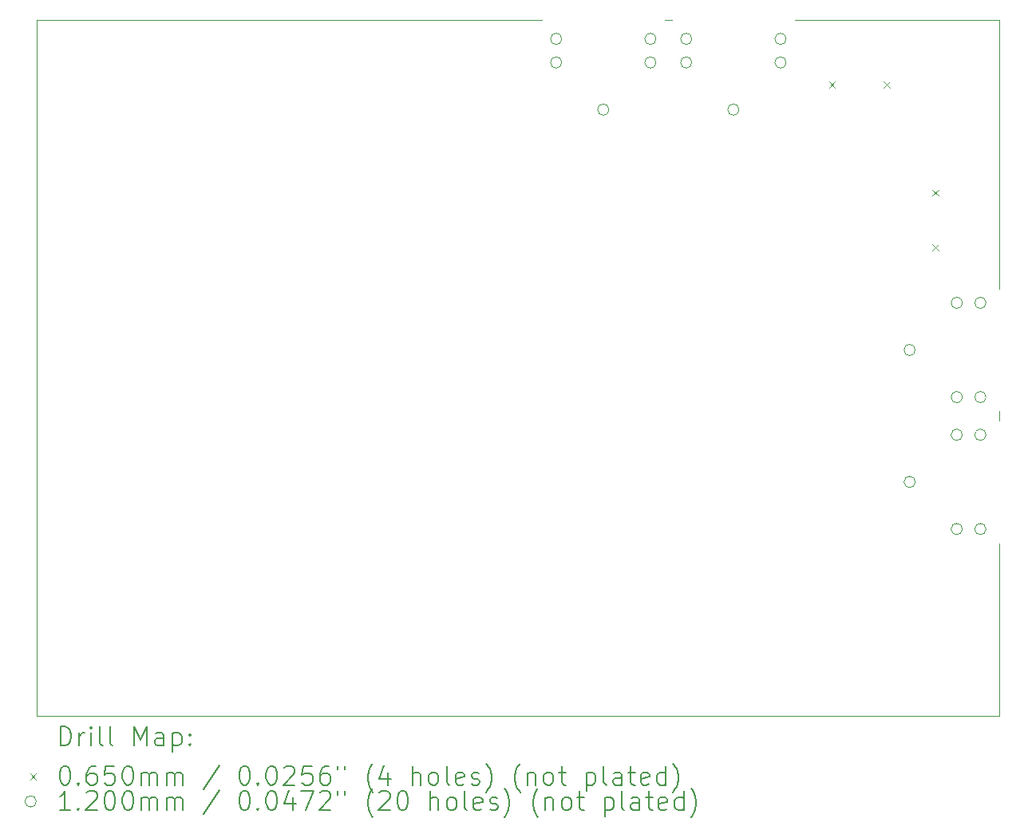
<source format=gbr>
%FSLAX45Y45*%
G04 Gerber Fmt 4.5, Leading zero omitted, Abs format (unit mm)*
G04 Created by KiCad (PCBNEW (6.0.5)) date 2023-10-27 13:23:16*
%MOMM*%
%LPD*%
G01*
G04 APERTURE LIST*
%TA.AperFunction,Profile*%
%ADD10C,0.100000*%
%TD*%
%ADD11C,0.200000*%
%ADD12C,0.065000*%
%ADD13C,0.120000*%
G04 APERTURE END LIST*
D10*
X17320000Y-12420000D02*
X17320000Y-12460000D01*
X17320000Y-9330000D02*
X17320000Y-9230000D01*
X15560000Y-12460000D02*
X17290000Y-12460000D01*
X13850000Y-5080000D02*
X13770000Y-5080000D01*
X10470000Y-12460000D02*
X15560000Y-12460000D01*
X7700000Y-5080000D02*
X7110000Y-5080000D01*
X17320000Y-5970000D02*
X17320000Y-5080000D01*
X7110000Y-5160000D02*
X7110000Y-7500000D01*
X11380000Y-5080000D02*
X9400000Y-5080000D01*
X17320000Y-12460000D02*
X17290000Y-12460000D01*
X7110000Y-5080000D02*
X7110000Y-5160000D01*
X15150000Y-5080000D02*
X17280000Y-5080000D01*
X17320000Y-5080000D02*
X17280000Y-5080000D01*
X7110000Y-10830000D02*
X7110000Y-12440000D01*
X7110000Y-8940000D02*
X7110000Y-10830000D01*
X7110000Y-7500000D02*
X7110000Y-8940000D01*
X17320000Y-10630000D02*
X17320000Y-12420000D01*
X7140000Y-12460000D02*
X10470000Y-12460000D01*
X7140000Y-12460000D02*
X7110000Y-12460000D01*
X9400000Y-5080000D02*
X7700000Y-5080000D01*
X17320000Y-7930000D02*
X17320000Y-5970000D01*
X12470000Y-5080000D02*
X11380000Y-5080000D01*
X7110000Y-12460000D02*
X7110000Y-12440000D01*
D11*
D12*
X15515600Y-5731100D02*
X15580600Y-5796100D01*
X15580600Y-5731100D02*
X15515600Y-5796100D01*
X16093600Y-5731100D02*
X16158600Y-5796100D01*
X16158600Y-5731100D02*
X16093600Y-5796100D01*
X16611200Y-6879400D02*
X16676200Y-6944400D01*
X16676200Y-6879400D02*
X16611200Y-6944400D01*
X16611200Y-7457400D02*
X16676200Y-7522400D01*
X16676200Y-7457400D02*
X16611200Y-7522400D01*
D13*
X12680000Y-5280000D02*
G75*
G03*
X12680000Y-5280000I-60000J0D01*
G01*
X12680000Y-5530000D02*
G75*
G03*
X12680000Y-5530000I-60000J0D01*
G01*
X13180000Y-6030000D02*
G75*
G03*
X13180000Y-6030000I-60000J0D01*
G01*
X13680000Y-5280000D02*
G75*
G03*
X13680000Y-5280000I-60000J0D01*
G01*
X13680000Y-5530000D02*
G75*
G03*
X13680000Y-5530000I-60000J0D01*
G01*
X14060000Y-5280000D02*
G75*
G03*
X14060000Y-5280000I-60000J0D01*
G01*
X14060000Y-5530000D02*
G75*
G03*
X14060000Y-5530000I-60000J0D01*
G01*
X14560000Y-6030000D02*
G75*
G03*
X14560000Y-6030000I-60000J0D01*
G01*
X15060000Y-5280000D02*
G75*
G03*
X15060000Y-5280000I-60000J0D01*
G01*
X15060000Y-5530000D02*
G75*
G03*
X15060000Y-5530000I-60000J0D01*
G01*
X16430000Y-8580000D02*
G75*
G03*
X16430000Y-8580000I-60000J0D01*
G01*
X16430000Y-9980000D02*
G75*
G03*
X16430000Y-9980000I-60000J0D01*
G01*
X16930000Y-8080000D02*
G75*
G03*
X16930000Y-8080000I-60000J0D01*
G01*
X16930000Y-9080000D02*
G75*
G03*
X16930000Y-9080000I-60000J0D01*
G01*
X16930000Y-9480000D02*
G75*
G03*
X16930000Y-9480000I-60000J0D01*
G01*
X16930000Y-10480000D02*
G75*
G03*
X16930000Y-10480000I-60000J0D01*
G01*
X17180000Y-8080000D02*
G75*
G03*
X17180000Y-8080000I-60000J0D01*
G01*
X17180000Y-9080000D02*
G75*
G03*
X17180000Y-9080000I-60000J0D01*
G01*
X17180000Y-9480000D02*
G75*
G03*
X17180000Y-9480000I-60000J0D01*
G01*
X17180000Y-10480000D02*
G75*
G03*
X17180000Y-10480000I-60000J0D01*
G01*
D11*
X7362619Y-12775476D02*
X7362619Y-12575476D01*
X7410238Y-12575476D01*
X7438809Y-12585000D01*
X7457857Y-12604048D01*
X7467381Y-12623095D01*
X7476905Y-12661190D01*
X7476905Y-12689762D01*
X7467381Y-12727857D01*
X7457857Y-12746905D01*
X7438809Y-12765952D01*
X7410238Y-12775476D01*
X7362619Y-12775476D01*
X7562619Y-12775476D02*
X7562619Y-12642143D01*
X7562619Y-12680238D02*
X7572143Y-12661190D01*
X7581667Y-12651667D01*
X7600714Y-12642143D01*
X7619762Y-12642143D01*
X7686428Y-12775476D02*
X7686428Y-12642143D01*
X7686428Y-12575476D02*
X7676905Y-12585000D01*
X7686428Y-12594524D01*
X7695952Y-12585000D01*
X7686428Y-12575476D01*
X7686428Y-12594524D01*
X7810238Y-12775476D02*
X7791190Y-12765952D01*
X7781667Y-12746905D01*
X7781667Y-12575476D01*
X7915000Y-12775476D02*
X7895952Y-12765952D01*
X7886428Y-12746905D01*
X7886428Y-12575476D01*
X8143571Y-12775476D02*
X8143571Y-12575476D01*
X8210238Y-12718333D01*
X8276905Y-12575476D01*
X8276905Y-12775476D01*
X8457857Y-12775476D02*
X8457857Y-12670714D01*
X8448333Y-12651667D01*
X8429286Y-12642143D01*
X8391190Y-12642143D01*
X8372143Y-12651667D01*
X8457857Y-12765952D02*
X8438810Y-12775476D01*
X8391190Y-12775476D01*
X8372143Y-12765952D01*
X8362619Y-12746905D01*
X8362619Y-12727857D01*
X8372143Y-12708809D01*
X8391190Y-12699286D01*
X8438810Y-12699286D01*
X8457857Y-12689762D01*
X8553095Y-12642143D02*
X8553095Y-12842143D01*
X8553095Y-12651667D02*
X8572143Y-12642143D01*
X8610238Y-12642143D01*
X8629286Y-12651667D01*
X8638810Y-12661190D01*
X8648333Y-12680238D01*
X8648333Y-12737381D01*
X8638810Y-12756428D01*
X8629286Y-12765952D01*
X8610238Y-12775476D01*
X8572143Y-12775476D01*
X8553095Y-12765952D01*
X8734048Y-12756428D02*
X8743571Y-12765952D01*
X8734048Y-12775476D01*
X8724524Y-12765952D01*
X8734048Y-12756428D01*
X8734048Y-12775476D01*
X8734048Y-12651667D02*
X8743571Y-12661190D01*
X8734048Y-12670714D01*
X8724524Y-12661190D01*
X8734048Y-12651667D01*
X8734048Y-12670714D01*
D12*
X7040000Y-13072500D02*
X7105000Y-13137500D01*
X7105000Y-13072500D02*
X7040000Y-13137500D01*
D11*
X7400714Y-12995476D02*
X7419762Y-12995476D01*
X7438809Y-13005000D01*
X7448333Y-13014524D01*
X7457857Y-13033571D01*
X7467381Y-13071667D01*
X7467381Y-13119286D01*
X7457857Y-13157381D01*
X7448333Y-13176428D01*
X7438809Y-13185952D01*
X7419762Y-13195476D01*
X7400714Y-13195476D01*
X7381667Y-13185952D01*
X7372143Y-13176428D01*
X7362619Y-13157381D01*
X7353095Y-13119286D01*
X7353095Y-13071667D01*
X7362619Y-13033571D01*
X7372143Y-13014524D01*
X7381667Y-13005000D01*
X7400714Y-12995476D01*
X7553095Y-13176428D02*
X7562619Y-13185952D01*
X7553095Y-13195476D01*
X7543571Y-13185952D01*
X7553095Y-13176428D01*
X7553095Y-13195476D01*
X7734048Y-12995476D02*
X7695952Y-12995476D01*
X7676905Y-13005000D01*
X7667381Y-13014524D01*
X7648333Y-13043095D01*
X7638809Y-13081190D01*
X7638809Y-13157381D01*
X7648333Y-13176428D01*
X7657857Y-13185952D01*
X7676905Y-13195476D01*
X7715000Y-13195476D01*
X7734048Y-13185952D01*
X7743571Y-13176428D01*
X7753095Y-13157381D01*
X7753095Y-13109762D01*
X7743571Y-13090714D01*
X7734048Y-13081190D01*
X7715000Y-13071667D01*
X7676905Y-13071667D01*
X7657857Y-13081190D01*
X7648333Y-13090714D01*
X7638809Y-13109762D01*
X7934048Y-12995476D02*
X7838809Y-12995476D01*
X7829286Y-13090714D01*
X7838809Y-13081190D01*
X7857857Y-13071667D01*
X7905476Y-13071667D01*
X7924524Y-13081190D01*
X7934048Y-13090714D01*
X7943571Y-13109762D01*
X7943571Y-13157381D01*
X7934048Y-13176428D01*
X7924524Y-13185952D01*
X7905476Y-13195476D01*
X7857857Y-13195476D01*
X7838809Y-13185952D01*
X7829286Y-13176428D01*
X8067381Y-12995476D02*
X8086428Y-12995476D01*
X8105476Y-13005000D01*
X8115000Y-13014524D01*
X8124524Y-13033571D01*
X8134048Y-13071667D01*
X8134048Y-13119286D01*
X8124524Y-13157381D01*
X8115000Y-13176428D01*
X8105476Y-13185952D01*
X8086428Y-13195476D01*
X8067381Y-13195476D01*
X8048333Y-13185952D01*
X8038809Y-13176428D01*
X8029286Y-13157381D01*
X8019762Y-13119286D01*
X8019762Y-13071667D01*
X8029286Y-13033571D01*
X8038809Y-13014524D01*
X8048333Y-13005000D01*
X8067381Y-12995476D01*
X8219762Y-13195476D02*
X8219762Y-13062143D01*
X8219762Y-13081190D02*
X8229286Y-13071667D01*
X8248333Y-13062143D01*
X8276905Y-13062143D01*
X8295952Y-13071667D01*
X8305476Y-13090714D01*
X8305476Y-13195476D01*
X8305476Y-13090714D02*
X8315000Y-13071667D01*
X8334048Y-13062143D01*
X8362619Y-13062143D01*
X8381667Y-13071667D01*
X8391190Y-13090714D01*
X8391190Y-13195476D01*
X8486429Y-13195476D02*
X8486429Y-13062143D01*
X8486429Y-13081190D02*
X8495952Y-13071667D01*
X8515000Y-13062143D01*
X8543571Y-13062143D01*
X8562619Y-13071667D01*
X8572143Y-13090714D01*
X8572143Y-13195476D01*
X8572143Y-13090714D02*
X8581667Y-13071667D01*
X8600714Y-13062143D01*
X8629286Y-13062143D01*
X8648333Y-13071667D01*
X8657857Y-13090714D01*
X8657857Y-13195476D01*
X9048333Y-12985952D02*
X8876905Y-13243095D01*
X9305476Y-12995476D02*
X9324524Y-12995476D01*
X9343571Y-13005000D01*
X9353095Y-13014524D01*
X9362619Y-13033571D01*
X9372143Y-13071667D01*
X9372143Y-13119286D01*
X9362619Y-13157381D01*
X9353095Y-13176428D01*
X9343571Y-13185952D01*
X9324524Y-13195476D01*
X9305476Y-13195476D01*
X9286429Y-13185952D01*
X9276905Y-13176428D01*
X9267381Y-13157381D01*
X9257857Y-13119286D01*
X9257857Y-13071667D01*
X9267381Y-13033571D01*
X9276905Y-13014524D01*
X9286429Y-13005000D01*
X9305476Y-12995476D01*
X9457857Y-13176428D02*
X9467381Y-13185952D01*
X9457857Y-13195476D01*
X9448333Y-13185952D01*
X9457857Y-13176428D01*
X9457857Y-13195476D01*
X9591190Y-12995476D02*
X9610238Y-12995476D01*
X9629286Y-13005000D01*
X9638810Y-13014524D01*
X9648333Y-13033571D01*
X9657857Y-13071667D01*
X9657857Y-13119286D01*
X9648333Y-13157381D01*
X9638810Y-13176428D01*
X9629286Y-13185952D01*
X9610238Y-13195476D01*
X9591190Y-13195476D01*
X9572143Y-13185952D01*
X9562619Y-13176428D01*
X9553095Y-13157381D01*
X9543571Y-13119286D01*
X9543571Y-13071667D01*
X9553095Y-13033571D01*
X9562619Y-13014524D01*
X9572143Y-13005000D01*
X9591190Y-12995476D01*
X9734048Y-13014524D02*
X9743571Y-13005000D01*
X9762619Y-12995476D01*
X9810238Y-12995476D01*
X9829286Y-13005000D01*
X9838810Y-13014524D01*
X9848333Y-13033571D01*
X9848333Y-13052619D01*
X9838810Y-13081190D01*
X9724524Y-13195476D01*
X9848333Y-13195476D01*
X10029286Y-12995476D02*
X9934048Y-12995476D01*
X9924524Y-13090714D01*
X9934048Y-13081190D01*
X9953095Y-13071667D01*
X10000714Y-13071667D01*
X10019762Y-13081190D01*
X10029286Y-13090714D01*
X10038810Y-13109762D01*
X10038810Y-13157381D01*
X10029286Y-13176428D01*
X10019762Y-13185952D01*
X10000714Y-13195476D01*
X9953095Y-13195476D01*
X9934048Y-13185952D01*
X9924524Y-13176428D01*
X10210238Y-12995476D02*
X10172143Y-12995476D01*
X10153095Y-13005000D01*
X10143571Y-13014524D01*
X10124524Y-13043095D01*
X10115000Y-13081190D01*
X10115000Y-13157381D01*
X10124524Y-13176428D01*
X10134048Y-13185952D01*
X10153095Y-13195476D01*
X10191190Y-13195476D01*
X10210238Y-13185952D01*
X10219762Y-13176428D01*
X10229286Y-13157381D01*
X10229286Y-13109762D01*
X10219762Y-13090714D01*
X10210238Y-13081190D01*
X10191190Y-13071667D01*
X10153095Y-13071667D01*
X10134048Y-13081190D01*
X10124524Y-13090714D01*
X10115000Y-13109762D01*
X10305476Y-12995476D02*
X10305476Y-13033571D01*
X10381667Y-12995476D02*
X10381667Y-13033571D01*
X10676905Y-13271667D02*
X10667381Y-13262143D01*
X10648333Y-13233571D01*
X10638810Y-13214524D01*
X10629286Y-13185952D01*
X10619762Y-13138333D01*
X10619762Y-13100238D01*
X10629286Y-13052619D01*
X10638810Y-13024048D01*
X10648333Y-13005000D01*
X10667381Y-12976428D01*
X10676905Y-12966905D01*
X10838810Y-13062143D02*
X10838810Y-13195476D01*
X10791190Y-12985952D02*
X10743571Y-13128809D01*
X10867381Y-13128809D01*
X11095952Y-13195476D02*
X11095952Y-12995476D01*
X11181667Y-13195476D02*
X11181667Y-13090714D01*
X11172143Y-13071667D01*
X11153095Y-13062143D01*
X11124524Y-13062143D01*
X11105476Y-13071667D01*
X11095952Y-13081190D01*
X11305476Y-13195476D02*
X11286428Y-13185952D01*
X11276905Y-13176428D01*
X11267381Y-13157381D01*
X11267381Y-13100238D01*
X11276905Y-13081190D01*
X11286428Y-13071667D01*
X11305476Y-13062143D01*
X11334048Y-13062143D01*
X11353095Y-13071667D01*
X11362619Y-13081190D01*
X11372143Y-13100238D01*
X11372143Y-13157381D01*
X11362619Y-13176428D01*
X11353095Y-13185952D01*
X11334048Y-13195476D01*
X11305476Y-13195476D01*
X11486428Y-13195476D02*
X11467381Y-13185952D01*
X11457857Y-13166905D01*
X11457857Y-12995476D01*
X11638809Y-13185952D02*
X11619762Y-13195476D01*
X11581667Y-13195476D01*
X11562619Y-13185952D01*
X11553095Y-13166905D01*
X11553095Y-13090714D01*
X11562619Y-13071667D01*
X11581667Y-13062143D01*
X11619762Y-13062143D01*
X11638809Y-13071667D01*
X11648333Y-13090714D01*
X11648333Y-13109762D01*
X11553095Y-13128809D01*
X11724524Y-13185952D02*
X11743571Y-13195476D01*
X11781667Y-13195476D01*
X11800714Y-13185952D01*
X11810238Y-13166905D01*
X11810238Y-13157381D01*
X11800714Y-13138333D01*
X11781667Y-13128809D01*
X11753095Y-13128809D01*
X11734048Y-13119286D01*
X11724524Y-13100238D01*
X11724524Y-13090714D01*
X11734048Y-13071667D01*
X11753095Y-13062143D01*
X11781667Y-13062143D01*
X11800714Y-13071667D01*
X11876905Y-13271667D02*
X11886428Y-13262143D01*
X11905476Y-13233571D01*
X11915000Y-13214524D01*
X11924524Y-13185952D01*
X11934048Y-13138333D01*
X11934048Y-13100238D01*
X11924524Y-13052619D01*
X11915000Y-13024048D01*
X11905476Y-13005000D01*
X11886428Y-12976428D01*
X11876905Y-12966905D01*
X12238809Y-13271667D02*
X12229286Y-13262143D01*
X12210238Y-13233571D01*
X12200714Y-13214524D01*
X12191190Y-13185952D01*
X12181667Y-13138333D01*
X12181667Y-13100238D01*
X12191190Y-13052619D01*
X12200714Y-13024048D01*
X12210238Y-13005000D01*
X12229286Y-12976428D01*
X12238809Y-12966905D01*
X12315000Y-13062143D02*
X12315000Y-13195476D01*
X12315000Y-13081190D02*
X12324524Y-13071667D01*
X12343571Y-13062143D01*
X12372143Y-13062143D01*
X12391190Y-13071667D01*
X12400714Y-13090714D01*
X12400714Y-13195476D01*
X12524524Y-13195476D02*
X12505476Y-13185952D01*
X12495952Y-13176428D01*
X12486428Y-13157381D01*
X12486428Y-13100238D01*
X12495952Y-13081190D01*
X12505476Y-13071667D01*
X12524524Y-13062143D01*
X12553095Y-13062143D01*
X12572143Y-13071667D01*
X12581667Y-13081190D01*
X12591190Y-13100238D01*
X12591190Y-13157381D01*
X12581667Y-13176428D01*
X12572143Y-13185952D01*
X12553095Y-13195476D01*
X12524524Y-13195476D01*
X12648333Y-13062143D02*
X12724524Y-13062143D01*
X12676905Y-12995476D02*
X12676905Y-13166905D01*
X12686428Y-13185952D01*
X12705476Y-13195476D01*
X12724524Y-13195476D01*
X12943571Y-13062143D02*
X12943571Y-13262143D01*
X12943571Y-13071667D02*
X12962619Y-13062143D01*
X13000714Y-13062143D01*
X13019762Y-13071667D01*
X13029286Y-13081190D01*
X13038809Y-13100238D01*
X13038809Y-13157381D01*
X13029286Y-13176428D01*
X13019762Y-13185952D01*
X13000714Y-13195476D01*
X12962619Y-13195476D01*
X12943571Y-13185952D01*
X13153095Y-13195476D02*
X13134048Y-13185952D01*
X13124524Y-13166905D01*
X13124524Y-12995476D01*
X13315000Y-13195476D02*
X13315000Y-13090714D01*
X13305476Y-13071667D01*
X13286428Y-13062143D01*
X13248333Y-13062143D01*
X13229286Y-13071667D01*
X13315000Y-13185952D02*
X13295952Y-13195476D01*
X13248333Y-13195476D01*
X13229286Y-13185952D01*
X13219762Y-13166905D01*
X13219762Y-13147857D01*
X13229286Y-13128809D01*
X13248333Y-13119286D01*
X13295952Y-13119286D01*
X13315000Y-13109762D01*
X13381667Y-13062143D02*
X13457857Y-13062143D01*
X13410238Y-12995476D02*
X13410238Y-13166905D01*
X13419762Y-13185952D01*
X13438809Y-13195476D01*
X13457857Y-13195476D01*
X13600714Y-13185952D02*
X13581667Y-13195476D01*
X13543571Y-13195476D01*
X13524524Y-13185952D01*
X13515000Y-13166905D01*
X13515000Y-13090714D01*
X13524524Y-13071667D01*
X13543571Y-13062143D01*
X13581667Y-13062143D01*
X13600714Y-13071667D01*
X13610238Y-13090714D01*
X13610238Y-13109762D01*
X13515000Y-13128809D01*
X13781667Y-13195476D02*
X13781667Y-12995476D01*
X13781667Y-13185952D02*
X13762619Y-13195476D01*
X13724524Y-13195476D01*
X13705476Y-13185952D01*
X13695952Y-13176428D01*
X13686428Y-13157381D01*
X13686428Y-13100238D01*
X13695952Y-13081190D01*
X13705476Y-13071667D01*
X13724524Y-13062143D01*
X13762619Y-13062143D01*
X13781667Y-13071667D01*
X13857857Y-13271667D02*
X13867381Y-13262143D01*
X13886428Y-13233571D01*
X13895952Y-13214524D01*
X13905476Y-13185952D01*
X13915000Y-13138333D01*
X13915000Y-13100238D01*
X13905476Y-13052619D01*
X13895952Y-13024048D01*
X13886428Y-13005000D01*
X13867381Y-12976428D01*
X13857857Y-12966905D01*
D13*
X7105000Y-13369000D02*
G75*
G03*
X7105000Y-13369000I-60000J0D01*
G01*
D11*
X7467381Y-13459476D02*
X7353095Y-13459476D01*
X7410238Y-13459476D02*
X7410238Y-13259476D01*
X7391190Y-13288048D01*
X7372143Y-13307095D01*
X7353095Y-13316619D01*
X7553095Y-13440428D02*
X7562619Y-13449952D01*
X7553095Y-13459476D01*
X7543571Y-13449952D01*
X7553095Y-13440428D01*
X7553095Y-13459476D01*
X7638809Y-13278524D02*
X7648333Y-13269000D01*
X7667381Y-13259476D01*
X7715000Y-13259476D01*
X7734048Y-13269000D01*
X7743571Y-13278524D01*
X7753095Y-13297571D01*
X7753095Y-13316619D01*
X7743571Y-13345190D01*
X7629286Y-13459476D01*
X7753095Y-13459476D01*
X7876905Y-13259476D02*
X7895952Y-13259476D01*
X7915000Y-13269000D01*
X7924524Y-13278524D01*
X7934048Y-13297571D01*
X7943571Y-13335667D01*
X7943571Y-13383286D01*
X7934048Y-13421381D01*
X7924524Y-13440428D01*
X7915000Y-13449952D01*
X7895952Y-13459476D01*
X7876905Y-13459476D01*
X7857857Y-13449952D01*
X7848333Y-13440428D01*
X7838809Y-13421381D01*
X7829286Y-13383286D01*
X7829286Y-13335667D01*
X7838809Y-13297571D01*
X7848333Y-13278524D01*
X7857857Y-13269000D01*
X7876905Y-13259476D01*
X8067381Y-13259476D02*
X8086428Y-13259476D01*
X8105476Y-13269000D01*
X8115000Y-13278524D01*
X8124524Y-13297571D01*
X8134048Y-13335667D01*
X8134048Y-13383286D01*
X8124524Y-13421381D01*
X8115000Y-13440428D01*
X8105476Y-13449952D01*
X8086428Y-13459476D01*
X8067381Y-13459476D01*
X8048333Y-13449952D01*
X8038809Y-13440428D01*
X8029286Y-13421381D01*
X8019762Y-13383286D01*
X8019762Y-13335667D01*
X8029286Y-13297571D01*
X8038809Y-13278524D01*
X8048333Y-13269000D01*
X8067381Y-13259476D01*
X8219762Y-13459476D02*
X8219762Y-13326143D01*
X8219762Y-13345190D02*
X8229286Y-13335667D01*
X8248333Y-13326143D01*
X8276905Y-13326143D01*
X8295952Y-13335667D01*
X8305476Y-13354714D01*
X8305476Y-13459476D01*
X8305476Y-13354714D02*
X8315000Y-13335667D01*
X8334048Y-13326143D01*
X8362619Y-13326143D01*
X8381667Y-13335667D01*
X8391190Y-13354714D01*
X8391190Y-13459476D01*
X8486429Y-13459476D02*
X8486429Y-13326143D01*
X8486429Y-13345190D02*
X8495952Y-13335667D01*
X8515000Y-13326143D01*
X8543571Y-13326143D01*
X8562619Y-13335667D01*
X8572143Y-13354714D01*
X8572143Y-13459476D01*
X8572143Y-13354714D02*
X8581667Y-13335667D01*
X8600714Y-13326143D01*
X8629286Y-13326143D01*
X8648333Y-13335667D01*
X8657857Y-13354714D01*
X8657857Y-13459476D01*
X9048333Y-13249952D02*
X8876905Y-13507095D01*
X9305476Y-13259476D02*
X9324524Y-13259476D01*
X9343571Y-13269000D01*
X9353095Y-13278524D01*
X9362619Y-13297571D01*
X9372143Y-13335667D01*
X9372143Y-13383286D01*
X9362619Y-13421381D01*
X9353095Y-13440428D01*
X9343571Y-13449952D01*
X9324524Y-13459476D01*
X9305476Y-13459476D01*
X9286429Y-13449952D01*
X9276905Y-13440428D01*
X9267381Y-13421381D01*
X9257857Y-13383286D01*
X9257857Y-13335667D01*
X9267381Y-13297571D01*
X9276905Y-13278524D01*
X9286429Y-13269000D01*
X9305476Y-13259476D01*
X9457857Y-13440428D02*
X9467381Y-13449952D01*
X9457857Y-13459476D01*
X9448333Y-13449952D01*
X9457857Y-13440428D01*
X9457857Y-13459476D01*
X9591190Y-13259476D02*
X9610238Y-13259476D01*
X9629286Y-13269000D01*
X9638810Y-13278524D01*
X9648333Y-13297571D01*
X9657857Y-13335667D01*
X9657857Y-13383286D01*
X9648333Y-13421381D01*
X9638810Y-13440428D01*
X9629286Y-13449952D01*
X9610238Y-13459476D01*
X9591190Y-13459476D01*
X9572143Y-13449952D01*
X9562619Y-13440428D01*
X9553095Y-13421381D01*
X9543571Y-13383286D01*
X9543571Y-13335667D01*
X9553095Y-13297571D01*
X9562619Y-13278524D01*
X9572143Y-13269000D01*
X9591190Y-13259476D01*
X9829286Y-13326143D02*
X9829286Y-13459476D01*
X9781667Y-13249952D02*
X9734048Y-13392809D01*
X9857857Y-13392809D01*
X9915000Y-13259476D02*
X10048333Y-13259476D01*
X9962619Y-13459476D01*
X10115000Y-13278524D02*
X10124524Y-13269000D01*
X10143571Y-13259476D01*
X10191190Y-13259476D01*
X10210238Y-13269000D01*
X10219762Y-13278524D01*
X10229286Y-13297571D01*
X10229286Y-13316619D01*
X10219762Y-13345190D01*
X10105476Y-13459476D01*
X10229286Y-13459476D01*
X10305476Y-13259476D02*
X10305476Y-13297571D01*
X10381667Y-13259476D02*
X10381667Y-13297571D01*
X10676905Y-13535667D02*
X10667381Y-13526143D01*
X10648333Y-13497571D01*
X10638810Y-13478524D01*
X10629286Y-13449952D01*
X10619762Y-13402333D01*
X10619762Y-13364238D01*
X10629286Y-13316619D01*
X10638810Y-13288048D01*
X10648333Y-13269000D01*
X10667381Y-13240428D01*
X10676905Y-13230905D01*
X10743571Y-13278524D02*
X10753095Y-13269000D01*
X10772143Y-13259476D01*
X10819762Y-13259476D01*
X10838810Y-13269000D01*
X10848333Y-13278524D01*
X10857857Y-13297571D01*
X10857857Y-13316619D01*
X10848333Y-13345190D01*
X10734048Y-13459476D01*
X10857857Y-13459476D01*
X10981667Y-13259476D02*
X11000714Y-13259476D01*
X11019762Y-13269000D01*
X11029286Y-13278524D01*
X11038810Y-13297571D01*
X11048333Y-13335667D01*
X11048333Y-13383286D01*
X11038810Y-13421381D01*
X11029286Y-13440428D01*
X11019762Y-13449952D01*
X11000714Y-13459476D01*
X10981667Y-13459476D01*
X10962619Y-13449952D01*
X10953095Y-13440428D01*
X10943571Y-13421381D01*
X10934048Y-13383286D01*
X10934048Y-13335667D01*
X10943571Y-13297571D01*
X10953095Y-13278524D01*
X10962619Y-13269000D01*
X10981667Y-13259476D01*
X11286428Y-13459476D02*
X11286428Y-13259476D01*
X11372143Y-13459476D02*
X11372143Y-13354714D01*
X11362619Y-13335667D01*
X11343571Y-13326143D01*
X11315000Y-13326143D01*
X11295952Y-13335667D01*
X11286428Y-13345190D01*
X11495952Y-13459476D02*
X11476905Y-13449952D01*
X11467381Y-13440428D01*
X11457857Y-13421381D01*
X11457857Y-13364238D01*
X11467381Y-13345190D01*
X11476905Y-13335667D01*
X11495952Y-13326143D01*
X11524524Y-13326143D01*
X11543571Y-13335667D01*
X11553095Y-13345190D01*
X11562619Y-13364238D01*
X11562619Y-13421381D01*
X11553095Y-13440428D01*
X11543571Y-13449952D01*
X11524524Y-13459476D01*
X11495952Y-13459476D01*
X11676905Y-13459476D02*
X11657857Y-13449952D01*
X11648333Y-13430905D01*
X11648333Y-13259476D01*
X11829286Y-13449952D02*
X11810238Y-13459476D01*
X11772143Y-13459476D01*
X11753095Y-13449952D01*
X11743571Y-13430905D01*
X11743571Y-13354714D01*
X11753095Y-13335667D01*
X11772143Y-13326143D01*
X11810238Y-13326143D01*
X11829286Y-13335667D01*
X11838809Y-13354714D01*
X11838809Y-13373762D01*
X11743571Y-13392809D01*
X11915000Y-13449952D02*
X11934048Y-13459476D01*
X11972143Y-13459476D01*
X11991190Y-13449952D01*
X12000714Y-13430905D01*
X12000714Y-13421381D01*
X11991190Y-13402333D01*
X11972143Y-13392809D01*
X11943571Y-13392809D01*
X11924524Y-13383286D01*
X11915000Y-13364238D01*
X11915000Y-13354714D01*
X11924524Y-13335667D01*
X11943571Y-13326143D01*
X11972143Y-13326143D01*
X11991190Y-13335667D01*
X12067381Y-13535667D02*
X12076905Y-13526143D01*
X12095952Y-13497571D01*
X12105476Y-13478524D01*
X12115000Y-13449952D01*
X12124524Y-13402333D01*
X12124524Y-13364238D01*
X12115000Y-13316619D01*
X12105476Y-13288048D01*
X12095952Y-13269000D01*
X12076905Y-13240428D01*
X12067381Y-13230905D01*
X12429286Y-13535667D02*
X12419762Y-13526143D01*
X12400714Y-13497571D01*
X12391190Y-13478524D01*
X12381667Y-13449952D01*
X12372143Y-13402333D01*
X12372143Y-13364238D01*
X12381667Y-13316619D01*
X12391190Y-13288048D01*
X12400714Y-13269000D01*
X12419762Y-13240428D01*
X12429286Y-13230905D01*
X12505476Y-13326143D02*
X12505476Y-13459476D01*
X12505476Y-13345190D02*
X12515000Y-13335667D01*
X12534048Y-13326143D01*
X12562619Y-13326143D01*
X12581667Y-13335667D01*
X12591190Y-13354714D01*
X12591190Y-13459476D01*
X12715000Y-13459476D02*
X12695952Y-13449952D01*
X12686428Y-13440428D01*
X12676905Y-13421381D01*
X12676905Y-13364238D01*
X12686428Y-13345190D01*
X12695952Y-13335667D01*
X12715000Y-13326143D01*
X12743571Y-13326143D01*
X12762619Y-13335667D01*
X12772143Y-13345190D01*
X12781667Y-13364238D01*
X12781667Y-13421381D01*
X12772143Y-13440428D01*
X12762619Y-13449952D01*
X12743571Y-13459476D01*
X12715000Y-13459476D01*
X12838809Y-13326143D02*
X12915000Y-13326143D01*
X12867381Y-13259476D02*
X12867381Y-13430905D01*
X12876905Y-13449952D01*
X12895952Y-13459476D01*
X12915000Y-13459476D01*
X13134048Y-13326143D02*
X13134048Y-13526143D01*
X13134048Y-13335667D02*
X13153095Y-13326143D01*
X13191190Y-13326143D01*
X13210238Y-13335667D01*
X13219762Y-13345190D01*
X13229286Y-13364238D01*
X13229286Y-13421381D01*
X13219762Y-13440428D01*
X13210238Y-13449952D01*
X13191190Y-13459476D01*
X13153095Y-13459476D01*
X13134048Y-13449952D01*
X13343571Y-13459476D02*
X13324524Y-13449952D01*
X13315000Y-13430905D01*
X13315000Y-13259476D01*
X13505476Y-13459476D02*
X13505476Y-13354714D01*
X13495952Y-13335667D01*
X13476905Y-13326143D01*
X13438809Y-13326143D01*
X13419762Y-13335667D01*
X13505476Y-13449952D02*
X13486428Y-13459476D01*
X13438809Y-13459476D01*
X13419762Y-13449952D01*
X13410238Y-13430905D01*
X13410238Y-13411857D01*
X13419762Y-13392809D01*
X13438809Y-13383286D01*
X13486428Y-13383286D01*
X13505476Y-13373762D01*
X13572143Y-13326143D02*
X13648333Y-13326143D01*
X13600714Y-13259476D02*
X13600714Y-13430905D01*
X13610238Y-13449952D01*
X13629286Y-13459476D01*
X13648333Y-13459476D01*
X13791190Y-13449952D02*
X13772143Y-13459476D01*
X13734048Y-13459476D01*
X13715000Y-13449952D01*
X13705476Y-13430905D01*
X13705476Y-13354714D01*
X13715000Y-13335667D01*
X13734048Y-13326143D01*
X13772143Y-13326143D01*
X13791190Y-13335667D01*
X13800714Y-13354714D01*
X13800714Y-13373762D01*
X13705476Y-13392809D01*
X13972143Y-13459476D02*
X13972143Y-13259476D01*
X13972143Y-13449952D02*
X13953095Y-13459476D01*
X13915000Y-13459476D01*
X13895952Y-13449952D01*
X13886428Y-13440428D01*
X13876905Y-13421381D01*
X13876905Y-13364238D01*
X13886428Y-13345190D01*
X13895952Y-13335667D01*
X13915000Y-13326143D01*
X13953095Y-13326143D01*
X13972143Y-13335667D01*
X14048333Y-13535667D02*
X14057857Y-13526143D01*
X14076905Y-13497571D01*
X14086428Y-13478524D01*
X14095952Y-13449952D01*
X14105476Y-13402333D01*
X14105476Y-13364238D01*
X14095952Y-13316619D01*
X14086428Y-13288048D01*
X14076905Y-13269000D01*
X14057857Y-13240428D01*
X14048333Y-13230905D01*
M02*

</source>
